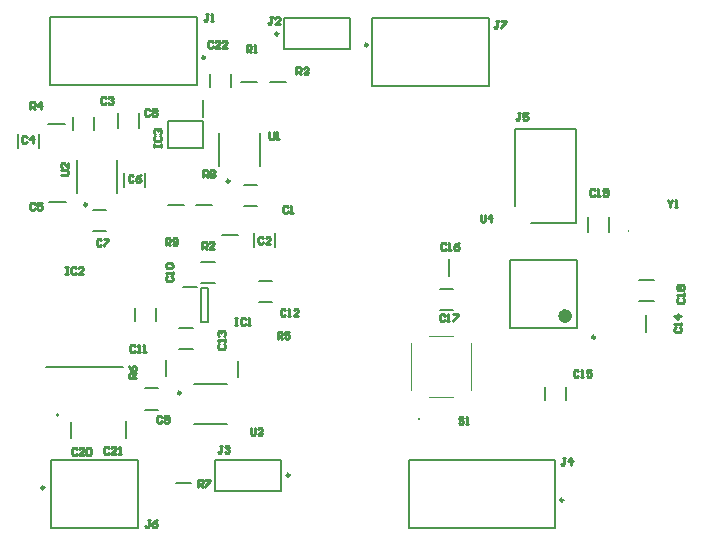
<source format=gto>
G04*
G04 #@! TF.GenerationSoftware,Altium Limited,Altium Designer,23.6.0 (18)*
G04*
G04 Layer_Color=65535*
%FSLAX44Y44*%
%MOMM*%
G71*
G04*
G04 #@! TF.SameCoordinates,5DEB40B8-84CC-45EF-9636-C6304030FE47*
G04*
G04*
G04 #@! TF.FilePolarity,Positive*
G04*
G01*
G75*
%ADD10C,0.2500*%
%ADD11C,0.2000*%
%ADD12C,0.6000*%
%ADD13C,0.1000*%
%ADD14C,0.1524*%
%ADD15C,0.2540*%
D10*
X259354Y425958D02*
G03*
X259354Y425958I-1250J0D01*
G01*
X218016Y301204D02*
G03*
X218016Y301204I-1250J0D01*
G01*
X97164Y281281D02*
G03*
X97164Y281281I-1250J0D01*
G01*
X176649Y122018D02*
G03*
X176649Y122018I-1250J0D01*
G01*
X527426Y169068D02*
G03*
X527426Y169068I-1250J0D01*
G01*
X335012Y416552D02*
G03*
X335012Y416552I-1250J0D01*
G01*
X197182Y405892D02*
G03*
X197182Y405892I-1250J0D01*
G01*
X268926Y52324D02*
G03*
X268926Y52324I-1250J0D01*
G01*
X500604Y31242D02*
G03*
X500604Y31242I-1250J0D01*
G01*
X61078Y41656D02*
G03*
X61078Y41656I-1250J0D01*
G01*
D11*
X378256Y99272D02*
G03*
X378256Y100272I0J500D01*
G01*
D02*
G03*
X378256Y99272I0J-500D01*
G01*
D02*
G03*
X378256Y100272I0J500D01*
G01*
X73006Y103176D02*
G03*
X73006Y103176I-890J0D01*
G01*
X243166Y217026D02*
X254166D01*
X243166Y199026D02*
X254166D01*
X264454Y412758D02*
Y439158D01*
Y412758D02*
X320254D01*
Y439158D01*
X264454D02*
X320254D01*
X201312Y381088D02*
Y392088D01*
X219312Y381088D02*
Y392088D01*
X252584Y384810D02*
X266084D01*
X146392Y107840D02*
X157392D01*
X146392Y125840D02*
X157392D01*
X230212Y297798D02*
X241212D01*
X230212Y279798D02*
X241212D01*
X227946Y385064D02*
X241446D01*
X211440Y255778D02*
X225440D01*
X64374Y349982D02*
X78374D01*
X225552Y135236D02*
Y148736D01*
X164592Y136506D02*
Y150006D01*
X243516Y313735D02*
Y341735D01*
X209516Y313735D02*
Y341735D01*
X122664Y291562D02*
Y319562D01*
X88664Y291562D02*
Y319562D01*
X187930Y95268D02*
X215930D01*
X187930Y129268D02*
X215930D01*
X512176Y177068D02*
Y234068D01*
X455176Y177068D02*
Y234068D01*
Y177068D02*
X512176D01*
X455176Y234068D02*
X512176D01*
X62496Y143626D02*
X127496D01*
X172320Y45720D02*
X185820D01*
X195594Y329114D02*
Y352114D01*
X165594Y329114D02*
X195594D01*
X165594D02*
Y352114D01*
X195594D01*
Y355614D02*
Y369614D01*
X339012Y439552D02*
X438012D01*
Y382052D02*
Y439552D01*
X339012Y382052D02*
X438012D01*
X339012D02*
Y439552D01*
X165716Y281192D02*
X179216D01*
X189338Y280924D02*
X202838D01*
X85488Y344766D02*
Y355766D01*
X103488Y344766D02*
Y355766D01*
X65390Y283210D02*
X79390D01*
X102450Y276716D02*
X113450D01*
X102450Y258716D02*
X113450D01*
X155812Y182714D02*
Y193714D01*
X137812Y182714D02*
Y193714D01*
X570230Y173848D02*
Y187848D01*
X403860Y221092D02*
Y235092D01*
X503030Y115942D02*
Y126942D01*
X485030Y115942D02*
Y126942D01*
X396582Y209914D02*
X407582D01*
X396582Y191914D02*
X407582D01*
X83820Y83678D02*
Y97678D01*
X130048Y83932D02*
Y97932D01*
X194104Y211096D02*
X200104D01*
Y182096D02*
Y211096D01*
X194104Y182096D02*
X200104D01*
X194104D02*
Y211096D01*
X178604Y211596D02*
X190604D01*
X66432Y439892D02*
X190432D01*
Y382392D02*
Y439892D01*
X66432Y382392D02*
X190432D01*
X66432D02*
Y439892D01*
X459748Y280416D02*
Y345816D01*
X511548D01*
Y265816D02*
Y345816D01*
X472948Y265816D02*
X511548D01*
X261326Y39124D02*
Y65524D01*
X205526D02*
X261326D01*
X205526Y39124D02*
Y65524D01*
Y39124D02*
X261326D01*
X369854Y65242D02*
X493854D01*
Y7742D02*
Y65242D01*
X369854Y7742D02*
X493854D01*
X369854D02*
Y65242D01*
X66578Y65156D02*
X140578D01*
Y7656D02*
Y65156D01*
X66578Y7656D02*
X140578D01*
X66578D02*
Y65156D01*
D12*
X505176Y187068D02*
G03*
X505176Y187068I-3000J0D01*
G01*
D13*
X555966Y258732D02*
G03*
X555966Y259732I0J500D01*
G01*
D02*
G03*
X555966Y258732I0J-500D01*
G01*
X387256Y118772D02*
X407256D01*
X387256Y169772D02*
X407256D01*
X371756Y124272D02*
Y164272D01*
X422756Y124272D02*
Y164272D01*
D14*
X193548Y214884D02*
X205740D01*
X193548Y232664D02*
X205740D01*
X256286Y245110D02*
Y257302D01*
X238506Y245110D02*
Y257302D01*
X56388Y328930D02*
Y341122D01*
X38608Y328930D02*
Y341122D01*
X146050Y295910D02*
Y308102D01*
X128270Y295910D02*
Y308102D01*
X141478Y346456D02*
Y358648D01*
X123698Y346456D02*
Y358648D01*
X175260Y176530D02*
X187452D01*
X175260Y158750D02*
X187452D01*
X564896Y217932D02*
X577088D01*
X564896Y200152D02*
X577088D01*
X538988Y258572D02*
Y270764D01*
X521208Y258572D02*
Y270764D01*
D15*
X265233Y192245D02*
X264233Y193245D01*
X262234D01*
X261234Y192245D01*
Y188247D01*
X262234Y187247D01*
X264233D01*
X265233Y188247D01*
X267232Y187247D02*
X269232D01*
X268232D01*
Y193245D01*
X267232Y192245D01*
X276230Y187247D02*
X272231D01*
X276230Y191246D01*
Y192245D01*
X275230Y193245D01*
X273230D01*
X272231Y192245D01*
X203773Y419321D02*
X202774Y420321D01*
X200774D01*
X199775Y419321D01*
Y415323D01*
X200774Y414323D01*
X202774D01*
X203773Y415323D01*
X209771Y414323D02*
X205773D01*
X209771Y418322D01*
Y419321D01*
X208772Y420321D01*
X206772D01*
X205773Y419321D01*
X215769Y414323D02*
X211771D01*
X215769Y418322D01*
Y419321D01*
X214770Y420321D01*
X212770D01*
X211771Y419321D01*
X160544Y101821D02*
X159545Y102821D01*
X157545D01*
X156546Y101821D01*
Y97823D01*
X157545Y96823D01*
X159545D01*
X160544Y97823D01*
X162544D02*
X163543Y96823D01*
X165543D01*
X166542Y97823D01*
Y101821D01*
X165543Y102821D01*
X163543D01*
X162544Y101821D01*
Y100822D01*
X163543Y99822D01*
X166542D01*
X267462Y279621D02*
X266462Y280621D01*
X264463D01*
X263463Y279621D01*
Y275623D01*
X264463Y274623D01*
X266462D01*
X267462Y275623D01*
X269461Y274623D02*
X271461D01*
X270461D01*
Y280621D01*
X269461Y279621D01*
X163912Y246937D02*
Y252935D01*
X166911D01*
X167910Y251935D01*
Y249936D01*
X166911Y248936D01*
X163912D01*
X165911D02*
X167910Y246937D01*
X169910Y247937D02*
X170909Y246937D01*
X172909D01*
X173908Y247937D01*
Y251935D01*
X172909Y252935D01*
X170909D01*
X169910Y251935D01*
Y250936D01*
X170909Y249936D01*
X173908D01*
X195408Y304595D02*
Y310593D01*
X198407D01*
X199406Y309593D01*
Y307594D01*
X198407Y306594D01*
X195408D01*
X197407D02*
X199406Y304595D01*
X201406Y309593D02*
X202405Y310593D01*
X204405D01*
X205404Y309593D01*
Y308594D01*
X204405Y307594D01*
X205404Y306594D01*
Y305595D01*
X204405Y304595D01*
X202405D01*
X201406Y305595D01*
Y306594D01*
X202405Y307594D01*
X201406Y308594D01*
Y309593D01*
X202405Y307594D02*
X204405D01*
X445786Y436831D02*
X443787D01*
X444787D01*
Y431833D01*
X443787Y430833D01*
X442787D01*
X441788Y431833D01*
X447786Y436831D02*
X451784D01*
Y435831D01*
X447786Y431833D01*
Y430833D01*
X154227Y330322D02*
Y332322D01*
Y331322D01*
X160225D01*
Y330322D01*
Y332322D01*
X155227Y339319D02*
X154227Y338320D01*
Y336320D01*
X155227Y335321D01*
X159225D01*
X160225Y336320D01*
Y338320D01*
X159225Y339319D01*
X155227Y341319D02*
X154227Y342318D01*
Y344318D01*
X155227Y345317D01*
X156226D01*
X157226Y344318D01*
Y343318D01*
Y344318D01*
X158226Y345317D01*
X159225D01*
X160225Y344318D01*
Y342318D01*
X159225Y341319D01*
X191344Y42467D02*
Y48465D01*
X194343D01*
X195342Y47465D01*
Y45466D01*
X194343Y44466D01*
X191344D01*
X193343D02*
X195342Y42467D01*
X197342Y48465D02*
X201340D01*
Y47465D01*
X197342Y43467D01*
Y42467D01*
X79117Y228297D02*
X81116D01*
X80116D01*
Y222299D01*
X79117D01*
X81116D01*
X88113Y227297D02*
X87114Y228297D01*
X85114D01*
X84115Y227297D01*
Y223299D01*
X85114Y222299D01*
X87114D01*
X88113Y223299D01*
X94112Y222299D02*
X90113D01*
X94112Y226298D01*
Y227297D01*
X93112Y228297D01*
X91112D01*
X90113Y227297D01*
X588837Y285447D02*
Y284447D01*
X590837Y282448D01*
X592836Y284447D01*
Y285447D01*
X590837Y282448D02*
Y279449D01*
X594835D02*
X596835D01*
X595835D01*
Y285447D01*
X594835Y284447D01*
X430612Y273001D02*
Y268003D01*
X431611Y267003D01*
X433611D01*
X434610Y268003D01*
Y273001D01*
X439609Y267003D02*
Y273001D01*
X436610Y270002D01*
X440608D01*
X235794Y92153D02*
Y87155D01*
X236793Y86155D01*
X238793D01*
X239792Y87155D01*
Y92153D01*
X241792Y91153D02*
X242791Y92153D01*
X244791D01*
X245790Y91153D01*
Y90154D01*
X244791Y89154D01*
X243791D01*
X244791D01*
X245790Y88154D01*
Y87155D01*
X244791Y86155D01*
X242791D01*
X241792Y87155D01*
X75487Y306660D02*
X80485D01*
X81485Y307659D01*
Y309659D01*
X80485Y310658D01*
X75487D01*
X81485Y316656D02*
Y312658D01*
X77486Y316656D01*
X76487D01*
X75487Y315657D01*
Y313657D01*
X76487Y312658D01*
X251525Y342851D02*
Y337853D01*
X252525Y336853D01*
X254524D01*
X255524Y337853D01*
Y342851D01*
X257523Y336853D02*
X259523D01*
X258523D01*
Y342851D01*
X257523Y341851D01*
X416052Y100805D02*
X415052Y101805D01*
X413053D01*
X412053Y100805D01*
Y99806D01*
X413053Y98806D01*
X415052D01*
X416052Y97806D01*
Y96807D01*
X415052Y95807D01*
X413053D01*
X412053Y96807D01*
X418051Y95807D02*
X420051D01*
X419051D01*
Y101805D01*
X418051Y100805D01*
X138635Y134448D02*
X132637D01*
Y137447D01*
X133637Y138446D01*
X135636D01*
X136636Y137447D01*
Y134448D01*
Y136447D02*
X138635Y138446D01*
X132637Y144444D02*
X133637Y142445D01*
X135636Y140446D01*
X137635D01*
X138635Y141445D01*
Y143445D01*
X137635Y144444D01*
X136636D01*
X135636Y143445D01*
Y140446D01*
X258654Y167943D02*
Y173941D01*
X261653D01*
X262652Y172941D01*
Y170942D01*
X261653Y169942D01*
X258654D01*
X260653D02*
X262652Y167943D01*
X268650Y173941D02*
X264652D01*
Y170942D01*
X266651Y171942D01*
X267651D01*
X268650Y170942D01*
Y168943D01*
X267651Y167943D01*
X265651D01*
X264652Y168943D01*
X49104Y362253D02*
Y368251D01*
X52103D01*
X53102Y367251D01*
Y365252D01*
X52103Y364252D01*
X49104D01*
X51103D02*
X53102Y362253D01*
X58101D02*
Y368251D01*
X55102Y365252D01*
X59100D01*
X274656Y391590D02*
Y397588D01*
X277655D01*
X278654Y396588D01*
Y394589D01*
X277655Y393589D01*
X274656D01*
X276655D02*
X278654Y391590D01*
X280654Y396588D02*
X281653Y397588D01*
X283653D01*
X284652Y396588D01*
Y395589D01*
X283653Y394589D01*
X282653D01*
X283653D01*
X284652Y393589D01*
Y392590D01*
X283653Y391590D01*
X281653D01*
X280654Y392590D01*
X194900Y243889D02*
Y249887D01*
X197899D01*
X198898Y248887D01*
Y246888D01*
X197899Y245888D01*
X194900D01*
X196899D02*
X198898Y243889D01*
X204896D02*
X200898D01*
X204896Y247888D01*
Y248887D01*
X203897Y249887D01*
X201897D01*
X200898Y248887D01*
X232475Y410259D02*
Y416257D01*
X235474D01*
X236474Y415257D01*
Y413258D01*
X235474Y412258D01*
X232475D01*
X234475D02*
X236474Y410259D01*
X238473D02*
X240473D01*
X239473D01*
Y416257D01*
X238473Y415257D01*
X150638Y14683D02*
X148639D01*
X149639D01*
Y9685D01*
X148639Y8685D01*
X147639D01*
X146640Y9685D01*
X156636Y14683D02*
X154637Y13683D01*
X152638Y11684D01*
Y9685D01*
X153637Y8685D01*
X155637D01*
X156636Y9685D01*
Y10684D01*
X155637Y11684D01*
X152638D01*
X502428Y67007D02*
X500429D01*
X501429D01*
Y62009D01*
X500429Y61009D01*
X499429D01*
X498430Y62009D01*
X507427Y61009D02*
Y67007D01*
X504428Y64008D01*
X508426D01*
X211852Y77167D02*
X209853D01*
X210853D01*
Y72169D01*
X209853Y71169D01*
X208853D01*
X207854Y72169D01*
X213852Y76167D02*
X214851Y77167D01*
X216851D01*
X217850Y76167D01*
Y75168D01*
X216851Y74168D01*
X215851D01*
X216851D01*
X217850Y73168D01*
Y72169D01*
X216851Y71169D01*
X214851D01*
X213852Y72169D01*
X464328Y358599D02*
X462329D01*
X463329D01*
Y353601D01*
X462329Y352601D01*
X461329D01*
X460330Y353601D01*
X470326Y358599D02*
X466328D01*
Y355600D01*
X468327Y356600D01*
X469327D01*
X470326Y355600D01*
Y353601D01*
X469327Y352601D01*
X467327D01*
X466328Y353601D01*
X254524Y439879D02*
X252525D01*
X253525D01*
Y434881D01*
X252525Y433881D01*
X251525D01*
X250526Y434881D01*
X260522Y433881D02*
X256524D01*
X260522Y437880D01*
Y438879D01*
X259523Y439879D01*
X257523D01*
X256524Y438879D01*
X200060Y442589D02*
X198061D01*
X199060D01*
Y437591D01*
X198061Y436591D01*
X197061D01*
X196061Y437591D01*
X202059Y436591D02*
X204059D01*
X203059D01*
Y442589D01*
X202059Y441589D01*
X222610Y185371D02*
X224610D01*
X223610D01*
Y179373D01*
X222610D01*
X224610D01*
X231607Y184371D02*
X230607Y185371D01*
X228608D01*
X227609Y184371D01*
Y180373D01*
X228608Y179373D01*
X230607D01*
X231607Y180373D01*
X233606Y179373D02*
X235606D01*
X234606D01*
Y185371D01*
X233606Y184371D01*
X115873Y75151D02*
X114873Y76151D01*
X112874D01*
X111874Y75151D01*
Y71153D01*
X112874Y70153D01*
X114873D01*
X115873Y71153D01*
X121871Y70153D02*
X117872D01*
X121871Y74152D01*
Y75151D01*
X120871Y76151D01*
X118872D01*
X117872Y75151D01*
X123870Y70153D02*
X125870D01*
X124870D01*
Y76151D01*
X123870Y75151D01*
X88711Y74643D02*
X87712Y75643D01*
X85712D01*
X84713Y74643D01*
Y70645D01*
X85712Y69645D01*
X87712D01*
X88711Y70645D01*
X94709Y69645D02*
X90711D01*
X94709Y73644D01*
Y74643D01*
X93710Y75643D01*
X91710D01*
X90711Y74643D01*
X96709D02*
X97708Y75643D01*
X99708D01*
X100707Y74643D01*
Y70645D01*
X99708Y69645D01*
X97708D01*
X96709Y70645D01*
Y74643D01*
X527361Y293845D02*
X526362Y294845D01*
X524362D01*
X523363Y293845D01*
Y289847D01*
X524362Y288847D01*
X526362D01*
X527361Y289847D01*
X529361Y288847D02*
X531360D01*
X530360D01*
Y294845D01*
X529361Y293845D01*
X534359Y289847D02*
X535359Y288847D01*
X537358D01*
X538358Y289847D01*
Y293845D01*
X537358Y294845D01*
X535359D01*
X534359Y293845D01*
Y292846D01*
X535359Y291846D01*
X538358D01*
X597695Y202241D02*
X596695Y201241D01*
Y199242D01*
X597695Y198242D01*
X601693D01*
X602693Y199242D01*
Y201241D01*
X601693Y202241D01*
X602693Y204240D02*
Y206240D01*
Y205240D01*
X596695D01*
X597695Y204240D01*
Y209239D02*
X596695Y210238D01*
Y212238D01*
X597695Y213238D01*
X598694D01*
X599694Y212238D01*
X600694Y213238D01*
X601693D01*
X602693Y212238D01*
Y210238D01*
X601693Y209239D01*
X600694D01*
X599694Y210238D01*
X598694Y209239D01*
X597695D01*
X599694Y210238D02*
Y212238D01*
X400137Y187419D02*
X399137Y188419D01*
X397138D01*
X396138Y187419D01*
Y183421D01*
X397138Y182421D01*
X399137D01*
X400137Y183421D01*
X402136Y182421D02*
X404136D01*
X403136D01*
Y188419D01*
X402136Y187419D01*
X407135Y188419D02*
X411134D01*
Y187419D01*
X407135Y183421D01*
Y182421D01*
X513391Y140429D02*
X512392Y141429D01*
X510392D01*
X509393Y140429D01*
Y136431D01*
X510392Y135431D01*
X512392D01*
X513391Y136431D01*
X515391Y135431D02*
X517390D01*
X516390D01*
Y141429D01*
X515391Y140429D01*
X524388Y141429D02*
X520389D01*
Y138430D01*
X522388Y139430D01*
X523388D01*
X524388Y138430D01*
Y136431D01*
X523388Y135431D01*
X521389D01*
X520389Y136431D01*
X401123Y248125D02*
X400123Y249125D01*
X398124D01*
X397124Y248125D01*
Y244127D01*
X398124Y243127D01*
X400123D01*
X401123Y244127D01*
X403122Y243127D02*
X405122D01*
X404122D01*
Y249125D01*
X403122Y248125D01*
X412120Y249125D02*
X410120Y248125D01*
X408121Y246126D01*
Y244127D01*
X409120Y243127D01*
X411120D01*
X412120Y244127D01*
Y245126D01*
X411120Y246126D01*
X408121D01*
X595663Y177349D02*
X594663Y176350D01*
Y174350D01*
X595663Y173351D01*
X599661D01*
X600661Y174350D01*
Y176350D01*
X599661Y177349D01*
X600661Y179349D02*
Y181348D01*
Y180348D01*
X594663D01*
X595663Y179349D01*
X600661Y187346D02*
X594663D01*
X597662Y184347D01*
Y188346D01*
X209075Y163379D02*
X208075Y162379D01*
Y160380D01*
X209075Y159380D01*
X213073D01*
X214073Y160380D01*
Y162379D01*
X213073Y163379D01*
X214073Y165378D02*
Y167378D01*
Y166378D01*
X208075D01*
X209075Y165378D01*
Y170377D02*
X208075Y171376D01*
Y173376D01*
X209075Y174375D01*
X210074D01*
X211074Y173376D01*
Y172376D01*
Y173376D01*
X212074Y174375D01*
X213073D01*
X214073Y173376D01*
Y171376D01*
X213073Y170377D01*
X137963Y161765D02*
X136963Y162765D01*
X134964D01*
X133964Y161765D01*
Y157767D01*
X134964Y156767D01*
X136963D01*
X137963Y157767D01*
X139962Y156767D02*
X141961D01*
X140962D01*
Y162765D01*
X139962Y161765D01*
X144960Y156767D02*
X146960D01*
X145960D01*
Y162765D01*
X144960Y161765D01*
X164879Y220529D02*
X163879Y219529D01*
Y217530D01*
X164879Y216530D01*
X168877D01*
X169877Y217530D01*
Y219529D01*
X168877Y220529D01*
X169877Y222528D02*
Y224528D01*
Y223528D01*
X163879D01*
X164879Y222528D01*
Y227527D02*
X163879Y228526D01*
Y230526D01*
X164879Y231525D01*
X168877D01*
X169877Y230526D01*
Y228526D01*
X168877Y227527D01*
X164879D01*
X150384Y361663D02*
X149385Y362663D01*
X147385D01*
X146386Y361663D01*
Y357665D01*
X147385Y356665D01*
X149385D01*
X150384Y357665D01*
X152384Y361663D02*
X153383Y362663D01*
X155383D01*
X156382Y361663D01*
Y360664D01*
X155383Y359664D01*
X156382Y358664D01*
Y357665D01*
X155383Y356665D01*
X153383D01*
X152384Y357665D01*
Y358664D01*
X153383Y359664D01*
X152384Y360664D01*
Y361663D01*
X153383Y359664D02*
X155383D01*
X109490Y251173D02*
X108491Y252173D01*
X106491D01*
X105492Y251173D01*
Y247175D01*
X106491Y246175D01*
X108491D01*
X109490Y247175D01*
X111490Y252173D02*
X115488D01*
Y251173D01*
X111490Y247175D01*
Y246175D01*
X136668Y305529D02*
X135669Y306529D01*
X133669D01*
X132670Y305529D01*
Y301531D01*
X133669Y300531D01*
X135669D01*
X136668Y301531D01*
X142666Y306529D02*
X140667Y305529D01*
X138668Y303530D01*
Y301531D01*
X139667Y300531D01*
X141667D01*
X142666Y301531D01*
Y302530D01*
X141667Y303530D01*
X138668D01*
X53102Y282161D02*
X52103Y283161D01*
X50103D01*
X49104Y282161D01*
Y278163D01*
X50103Y277163D01*
X52103D01*
X53102Y278163D01*
X59100Y283161D02*
X55102D01*
Y280162D01*
X57101Y281162D01*
X58101D01*
X59100Y280162D01*
Y278163D01*
X58101Y277163D01*
X56101D01*
X55102Y278163D01*
X46244Y338549D02*
X45245Y339549D01*
X43245D01*
X42246Y338549D01*
Y334551D01*
X43245Y333551D01*
X45245D01*
X46244Y334551D01*
X51243Y333551D02*
Y339549D01*
X48244Y336550D01*
X52242D01*
X113300Y371569D02*
X112301Y372569D01*
X110301D01*
X109302Y371569D01*
Y367571D01*
X110301Y366571D01*
X112301D01*
X113300Y367571D01*
X115300Y371569D02*
X116299Y372569D01*
X118299D01*
X119298Y371569D01*
Y370570D01*
X118299Y369570D01*
X117299D01*
X118299D01*
X119298Y368570D01*
Y367571D01*
X118299Y366571D01*
X116299D01*
X115300Y367571D01*
X246546Y253310D02*
X245547Y254309D01*
X243547D01*
X242548Y253310D01*
Y249311D01*
X243547Y248311D01*
X245547D01*
X246546Y249311D01*
X252544Y248311D02*
X248546D01*
X252544Y252310D01*
Y253310D01*
X251545Y254309D01*
X249545D01*
X248546Y253310D01*
M02*

</source>
